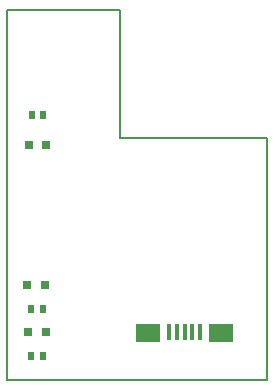
<source format=gtp>
G04 EAGLE Gerber RS-274X export*
G75*
%MOMM*%
%FSLAX34Y34*%
%LPD*%
%INSolder paste top*%
%IPPOS*%
%AMOC8*
5,1,8,0,0,1.08239X$1,22.5*%
G01*
%ADD10C,0.152400*%
%ADD11R,0.400000X1.350000*%
%ADD12R,2.100000X1.600000*%
%ADD13R,0.800000X0.800000*%
%ADD14R,0.600000X0.700000*%


D10*
X0Y30000D02*
X0Y342900D01*
X95000Y342900D01*
X95000Y234950D01*
X220000Y234950D01*
X220000Y30000D01*
X0Y30000D01*
D11*
X137010Y70750D03*
X143510Y70750D03*
X150010Y70750D03*
X156510Y70750D03*
X163010Y70750D03*
D12*
X119010Y69500D03*
X181010Y69500D03*
D13*
X17900Y228600D03*
X32900Y228600D03*
X17300Y70200D03*
X32300Y70200D03*
X16800Y110300D03*
X31800Y110300D03*
D14*
X30400Y254000D03*
X20400Y254000D03*
X30300Y49800D03*
X20300Y49800D03*
X30300Y90200D03*
X20300Y90200D03*
M02*

</source>
